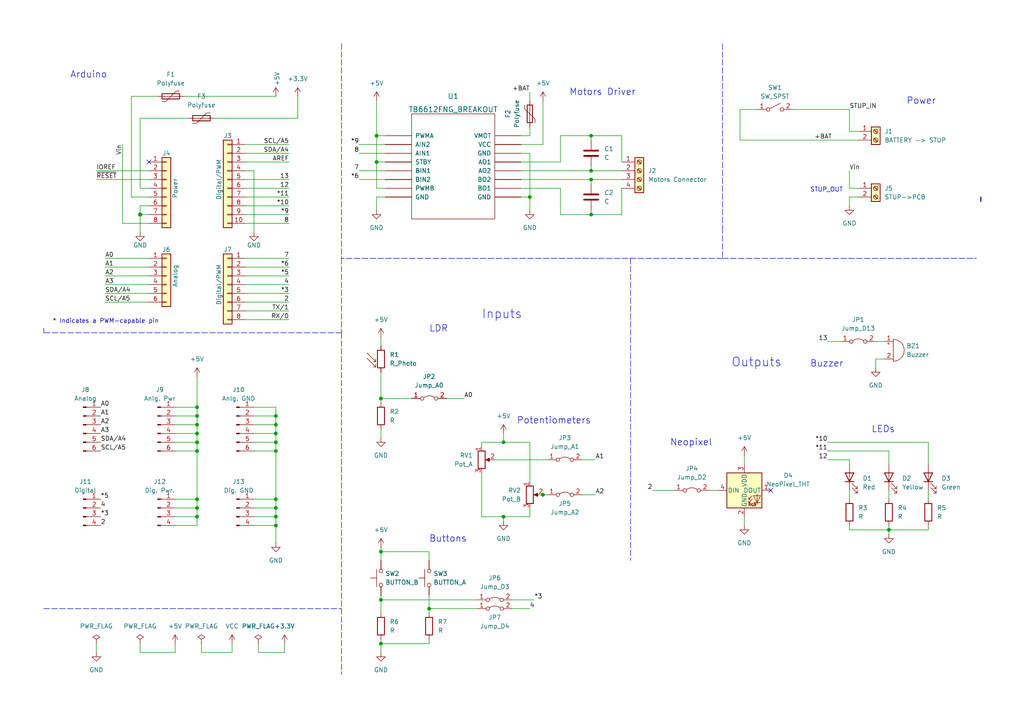
<source format=kicad_sch>
(kicad_sch (version 20211123) (generator eeschema)
  (paper "A4")
  (title_block (date "mar. 31 mars 2015"))
  (lib_symbols
    (symbol "Connector:Conn_01x04_Male" (pin_names (offset 1.016) hide)
      (property "Reference" "J" (at 0 5.08 0))
      (property "Value" "Conn_01x04_Male" (at 0 -7.62 0))
      (symbol "Conn_01x04_Male_1_1"
        (polyline (pts (xy 1.27 -5.08) (xy 0.8636 -5.08)) (stroke (width 0.1524)))
        (polyline (pts (xy 1.27 -2.54) (xy 0.8636 -2.54)) (stroke (width 0.1524)))
        (polyline (pts (xy 1.27 0) (xy 0.8636 0)) (stroke (width 0.1524)))
        (polyline (pts (xy 1.27 2.54) (xy 0.8636 2.54)) (stroke (width 0.1524)))
        (rectangle (start 0.8636 -4.953) (end 0 -5.207) (stroke (width 0.1524)) (fill (type outline)))
        (rectangle (start 0.8636 -2.413) (end 0 -2.667) (stroke (width 0.1524)) (fill (type outline)))
        (rectangle (start 0.8636 0.127) (end 0 -0.127) (stroke (width 0.1524)) (fill (type outline)))
        (rectangle (start 0.8636 2.667) (end 0 2.413) (stroke (width 0.1524)) (fill (type outline)))
        (pin passive line (at 5.08 2.54 180) (length 3.81) (name "Pin_1") (number "1"))
        (pin passive line (at 5.08 0 180) (length 3.81) (name "Pin_2") (number "2"))
        (pin passive line (at 5.08 -2.54 180) (length 3.81) (name "Pin_3") (number "3"))
        (pin passive line (at 5.08 -5.08 180) (length 3.81) (name "Pin_4") (number "4"))
      )
    )
    (symbol "Connector:Conn_01x06_Male" (pin_names (offset 1.016) hide)
      (property "Reference" "J" (at 0 7.62 0))
      (property "Value" "Conn_01x06_Male" (at 0 -10.16 0))
      (symbol "Conn_01x06_Male_1_1"
        (polyline (pts (xy 1.27 -7.62) (xy 0.8636 -7.62)) (stroke (width 0.1524)))
        (polyline (pts (xy 1.27 -5.08) (xy 0.8636 -5.08)) (stroke (width 0.1524)))
        (polyline (pts (xy 1.27 -2.54) (xy 0.8636 -2.54)) (stroke (width 0.1524)))
        (polyline (pts (xy 1.27 0) (xy 0.8636 0)) (stroke (width 0.1524)))
        (polyline (pts (xy 1.27 2.54) (xy 0.8636 2.54)) (stroke (width 0.1524)))
        (polyline (pts (xy 1.27 5.08) (xy 0.8636 5.08)) (stroke (width 0.1524)))
        (rectangle (start 0.8636 -7.493) (end 0 -7.747) (stroke (width 0.1524)) (fill (type outline)))
        (rectangle (start 0.8636 -4.953) (end 0 -5.207) (stroke (width 0.1524)) (fill (type outline)))
        (rectangle (start 0.8636 -2.413) (end 0 -2.667) (stroke (width 0.1524)) (fill (type outline)))
        (rectangle (start 0.8636 0.127) (end 0 -0.127) (stroke (width 0.1524)) (fill (type outline)))
        (rectangle (start 0.8636 2.667) (end 0 2.413) (stroke (width 0.1524)) (fill (type outline)))
        (rectangle (start 0.8636 5.207) (end 0 4.953) (stroke (width 0.1524)) (fill (type outline)))
        (pin passive line (at 5.08 5.08 180) (length 3.81) (name "Pin_1") (number "1"))
        (pin passive line (at 5.08 2.54 180) (length 3.81) (name "Pin_2") (number "2"))
        (pin passive line (at 5.08 0 180) (length 3.81) (name "Pin_3") (number "3"))
        (pin passive line (at 5.08 -2.54 180) (length 3.81) (name "Pin_4") (number "4"))
        (pin passive line (at 5.08 -5.08 180) (length 3.81) (name "Pin_5") (number "5"))
        (pin passive line (at 5.08 -7.62 180) (length 3.81) (name "Pin_6") (number "6"))
      )
    )
    (symbol "Connector:Screw_Terminal_01x02" (pin_names (offset 1.016) hide)
      (property "Reference" "J" (at 0 2.54 0))
      (property "Value" "Screw_Terminal_01x02" (at 0 -5.08 0))
      (symbol "Screw_Terminal_01x02_1_1"
        (rectangle (start -1.27 1.27) (end 1.27 -3.81) (stroke (width 0.254)) (fill (type background)))
        (circle (center 0 -2.54) (radius 0.635) (stroke (width 0.1524)))
        (polyline (pts (xy -0.5334 -2.2098) (xy 0.3302 -3.048)) (stroke (width 0.1524)))
        (polyline (pts (xy -0.5334 0.3302) (xy 0.3302 -0.508)) (stroke (width 0.1524)))
        (polyline (pts (xy -0.3556 -2.032) (xy 0.508 -2.8702)) (stroke (width 0.1524)))
        (polyline (pts (xy -0.3556 0.508) (xy 0.508 -0.3302)) (stroke (width 0.1524)))
        (circle (center 0 0) (radius 0.635) (stroke (width 0.1524)))
        (pin passive line (at -5.08 0 0) (length 3.81) (name "Pin_1") (number "1"))
        (pin passive line (at -5.08 -2.54 0) (length 3.81) (name "Pin_2") (number "2"))
      )
    )
    (symbol "Connector:Screw_Terminal_01x04" (pin_names (offset 1.016) hide)
      (property "Reference" "J" (at 0 5.08 0))
      (property "Value" "Screw_Terminal_01x04" (at 0 -7.62 0))
      (symbol "Screw_Terminal_01x04_1_1"
        (rectangle (start -1.27 3.81) (end 1.27 -6.35) (stroke (width 0.254)) (fill (type background)))
        (circle (center 0 -5.08) (radius 0.635) (stroke (width 0.1524)))
        (circle (center 0 -2.54) (radius 0.635) (stroke (width 0.1524)))
        (polyline (pts (xy -0.5334 -4.7498) (xy 0.3302 -5.588)) (stroke (width 0.1524)))
        (polyline (pts (xy -0.5334 -2.2098) (xy 0.3302 -3.048)) (stroke (width 0.1524)))
        (polyline (pts (xy -0.5334 0.3302) (xy 0.3302 -0.508)) (stroke (width 0.1524)))
        (polyline (pts (xy -0.5334 2.8702) (xy 0.3302 2.032)) (stroke (width 0.1524)))
        (polyline (pts (xy -0.3556 -4.572) (xy 0.508 -5.4102)) (stroke (width 0.1524)))
        (polyline (pts (xy -0.3556 -2.032) (xy 0.508 -2.8702)) (stroke (width 0.1524)))
        (polyline (pts (xy -0.3556 0.508) (xy 0.508 -0.3302)) (stroke (width 0.1524)))
        (polyline (pts (xy -0.3556 3.048) (xy 0.508 2.2098)) (stroke (width 0.1524)))
        (circle (center 0 0) (radius 0.635) (stroke (width 0.1524)))
        (circle (center 0 2.54) (radius 0.635) (stroke (width 0.1524)))
        (pin passive line (at -5.08 2.54 0) (length 3.81) (name "Pin_1") (number "1"))
        (pin passive line (at -5.08 0 0) (length 3.81) (name "Pin_2") (number "2"))
        (pin passive line (at -5.08 -2.54 0) (length 3.81) (name "Pin_3") (number "3"))
        (pin passive line (at -5.08 -5.08 0) (length 3.81) (name "Pin_4") (number "4"))
      )
    )
    (symbol "Connector_Generic:Conn_01x06" (pin_names (offset 1.016) hide)
      (property "Reference" "J" (at 0 7.62 0))
      (property "Value" "Conn_01x06" (at 0 -10.16 0))
      (symbol "Conn_01x06_1_1"
        (rectangle (start -1.27 -7.493) (end 0 -7.747) (stroke (width 0.1524)))
        (rectangle (start -1.27 -4.953) (end 0 -5.207) (stroke (width 0.1524)))
        (rectangle (start -1.27 -2.413) (end 0 -2.667) (stroke (width 0.1524)))
        (rectangle (start -1.27 0.127) (end 0 -0.127) (stroke (width 0.1524)))
        (rectangle (start -1.27 2.667) (end 0 2.413) (stroke (width 0.1524)))
        (rectangle (start -1.27 5.207) (end 0 4.953) (stroke (width 0.1524)))
        (rectangle (start -1.27 6.35) (end 1.27 -8.89) (stroke (width 0.254)) (fill (type background)))
        (pin passive line (at -5.08 5.08 0) (length 3.81) (name "Pin_1") (number "1"))
        (pin passive line (at -5.08 2.54 0) (length 3.81) (name "Pin_2") (number "2"))
        (pin passive line (at -5.08 0 0) (length 3.81) (name "Pin_3") (number "3"))
        (pin passive line (at -5.08 -2.54 0) (length 3.81) (name "Pin_4") (number "4"))
        (pin passive line (at -5.08 -5.08 0) (length 3.81) (name "Pin_5") (number "5"))
        (pin passive line (at -5.08 -7.62 0) (length 3.81) (name "Pin_6") (number "6"))
      )
    )
    (symbol "Connector_Generic:Conn_01x08" (pin_names (offset 1.016) hide)
      (property "Reference" "J" (at 0 10.16 0))
      (property "Value" "Conn_01x08" (at 0 -12.7 0))
      (symbol "Conn_01x08_1_1"
        (rectangle (start -1.27 -10.033) (end 0 -10.287) (stroke (width 0.1524)))
        (rectangle (start -1.27 -7.493) (end 0 -7.747) (stroke (width 0.1524)))
        (rectangle (start -1.27 -4.953) (end 0 -5.207) (stroke (width 0.1524)))
        (rectangle (start -1.27 -2.413) (end 0 -2.667) (stroke (width 0.1524)))
        (rectangle (start -1.27 0.127) (end 0 -0.127) (stroke (width 0.1524)))
        (rectangle (start -1.27 2.667) (end 0 2.413) (stroke (width 0.1524)))
        (rectangle (start -1.27 5.207) (end 0 4.953) (stroke (width 0.1524)))
        (rectangle (start -1.27 7.747) (end 0 7.493) (stroke (width 0.1524)))
        (rectangle (start -1.27 8.89) (end 1.27 -11.43) (stroke (width 0.254)) (fill (type background)))
        (pin passive line (at -5.08 7.62 0) (length 3.81) (name "Pin_1") (number "1"))
        (pin passive line (at -5.08 5.08 0) (length 3.81) (name "Pin_2") (number "2"))
        (pin passive line (at -5.08 2.54 0) (length 3.81) (name "Pin_3") (number "3"))
        (pin passive line (at -5.08 0 0) (length 3.81) (name "Pin_4") (number "4"))
        (pin passive line (at -5.08 -2.54 0) (length 3.81) (name "Pin_5") (number "5"))
        (pin passive line (at -5.08 -5.08 0) (length 3.81) (name "Pin_6") (number "6"))
        (pin passive line (at -5.08 -7.62 0) (length 3.81) (name "Pin_7") (number "7"))
        (pin passive line (at -5.08 -10.16 0) (length 3.81) (name "Pin_8") (number "8"))
      )
    )
    (symbol "Connector_Generic:Conn_01x10" (pin_names (offset 1.016) hide)
      (property "Reference" "J" (at 0 12.7 0))
      (property "Value" "Conn_01x10" (at 0 -15.24 0))
      (symbol "Conn_01x10_1_1"
        (rectangle (start -1.27 -12.573) (end 0 -12.827) (stroke (width 0.1524)))
        (rectangle (start -1.27 -10.033) (end 0 -10.287) (stroke (width 0.1524)))
        (rectangle (start -1.27 -7.493) (end 0 -7.747) (stroke (width 0.1524)))
        (rectangle (start -1.27 -4.953) (end 0 -5.207) (stroke (width 0.1524)))
        (rectangle (start -1.27 -2.413) (end 0 -2.667) (stroke (width 0.1524)))
        (rectangle (start -1.27 0.127) (end 0 -0.127) (stroke (width 0.1524)))
        (rectangle (start -1.27 2.667) (end 0 2.413) (stroke (width 0.1524)))
        (rectangle (start -1.27 5.207) (end 0 4.953) (stroke (width 0.1524)))
        (rectangle (start -1.27 7.747) (end 0 7.493) (stroke (width 0.1524)))
        (rectangle (start -1.27 10.287) (end 0 10.033) (stroke (width 0.1524)))
        (rectangle (start -1.27 11.43) (end 1.27 -13.97) (stroke (width 0.254)) (fill (type background)))
        (pin passive line (at -5.08 10.16 0) (length 3.81) (name "Pin_1") (number "1"))
        (pin passive line (at -5.08 -12.7 0) (length 3.81) (name "Pin_10") (number "10"))
        (pin passive line (at -5.08 7.62 0) (length 3.81) (name "Pin_2") (number "2"))
        (pin passive line (at -5.08 5.08 0) (length 3.81) (name "Pin_3") (number "3"))
        (pin passive line (at -5.08 2.54 0) (length 3.81) (name "Pin_4") (number "4"))
        (pin passive line (at -5.08 0 0) (length 3.81) (name "Pin_5") (number "5"))
        (pin passive line (at -5.08 -2.54 0) (length 3.81) (name "Pin_6") (number "6"))
        (pin passive line (at -5.08 -5.08 0) (length 3.81) (name "Pin_7") (number "7"))
        (pin passive line (at -5.08 -7.62 0) (length 3.81) (name "Pin_8") (number "8"))
        (pin passive line (at -5.08 -10.16 0) (length 3.81) (name "Pin_9") (number "9"))
      )
    )
    (symbol "Device:Buzzer" (pin_names (offset 0.0254) hide)
      (property "Reference" "BZ" (at 3.81 1.27 0))
      (property "Value" "Buzzer" (at 3.81 -1.27 0))
      (symbol "Buzzer_0_1"
        (arc (start 0 -3.175) (mid 3.175 0) (end 0 3.175))
        (polyline (pts (xy -1.651 1.905) (xy -1.143 1.905)))
        (polyline (pts (xy -1.397 2.159) (xy -1.397 1.651)))
        (polyline (pts (xy 0 3.175) (xy 0 -3.175)))
      )
      (symbol "Buzzer_1_1"
        (pin passive line (at -2.54 2.54 0) (length 2.54) (name "-") (number "1"))
        (pin passive line (at -2.54 -2.54 0) (length 2.54) (name "+") (number "2"))
      )
    )
    (symbol "Device:C" (pin_numbers hide) (pin_names (offset 0.254))
      (property "Reference" "C" (at 0.635 2.54 0))
      (property "Value" "C" (at 0.635 -2.54 0))
      (symbol "C_0_1"
        (polyline (pts (xy -2.032 -0.762) (xy 2.032 -0.762)) (stroke (width 0.508)))
        (polyline (pts (xy -2.032 0.762) (xy 2.032 0.762)) (stroke (width 0.508)))
      )
      (symbol "C_1_1"
        (pin passive line (at 0 3.81 270) (length 2.794) (name "~") (number "1"))
        (pin passive line (at 0 -3.81 90) (length 2.794) (name "~") (number "2"))
      )
    )
    (symbol "Device:LED" (pin_numbers hide) (pin_names (offset 1.016) hide)
      (property "Reference" "D" (at 0 2.54 0))
      (property "Value" "LED" (at 0 -2.54 0))
      (symbol "LED_0_1"
        (polyline (pts (xy -1.27 -1.27) (xy -1.27 1.27)) (stroke (width 0.254)))
        (polyline (pts (xy -1.27 0) (xy 1.27 0)))
        (polyline (pts (xy 1.27 -1.27) (xy 1.27 1.27) (xy -1.27 0) (xy 1.27 -1.27)) (stroke (width 0.254)))
        (polyline (pts (xy -3.048 -0.762) (xy -4.572 -2.286) (xy -3.81 -2.286) (xy -4.572 -2.286) (xy -4.572 -1.524)))
        (polyline (pts (xy -1.778 -0.762) (xy -3.302 -2.286) (xy -2.54 -2.286) (xy -3.302 -2.286) (xy -3.302 -1.524)))
      )
      (symbol "LED_1_1"
        (pin passive line (at -3.81 0 0) (length 2.54) (name "K") (number "1"))
        (pin passive line (at 3.81 0 180) (length 2.54) (name "A") (number "2"))
      )
    )
    (symbol "Device:Polyfuse" (pin_numbers hide) (pin_names (offset 0))
      (property "Reference" "F" (at -2.54 0 90))
      (property "Value" "Polyfuse" (at 2.54 0 90))
      (symbol "Polyfuse_0_1"
        (rectangle (start -0.762 2.54) (end 0.762 -2.54) (stroke (width 0.254)))
        (polyline (pts (xy 0 2.54) (xy 0 -2.54)))
        (polyline (pts (xy -1.524 2.54) (xy -1.524 1.524) (xy 1.524 -1.524) (xy 1.524 -2.54)))
      )
      (symbol "Polyfuse_1_1"
        (pin passive line (at 0 3.81 270) (length 1.27) (name "~") (number "1"))
        (pin passive line (at 0 -3.81 90) (length 1.27) (name "~") (number "2"))
      )
    )
    (symbol "Device:R" (pin_numbers hide) (pin_names (offset 0))
      (property "Reference" "R" (at 2.032 0 90))
      (property "Value" "R" (at 0 0 90))
      (symbol "R_0_1"
        (rectangle (start -1.016 -2.54) (end 1.016 2.54) (stroke (width 0.254)))
      )
      (symbol "R_1_1"
        (pin passive line (at 0 3.81 270) (length 1.27) (name "~") (number "1"))
        (pin passive line (at 0 -3.81 90) (length 1.27) (name "~") (number "2"))
      )
    )
    (symbol "Device:R_Photo" (pin_numbers hide) (pin_names (offset 0))
      (property "Reference" "R" (at 1.27 1.27 0))
      (property "Value" "R_Photo" (at 1.27 0 0))
      (symbol "R_Photo_0_1"
        (rectangle (start -1.016 2.54) (end 1.016 -2.54) (stroke (width 0.254)))
        (polyline (pts (xy -1.524 -2.286) (xy -4.064 0.254)))
        (polyline (pts (xy -1.524 -2.286) (xy -2.286 -2.286)))
        (polyline (pts (xy -1.524 -2.286) (xy -1.524 -1.524)))
        (polyline (pts (xy -1.524 -0.762) (xy -4.064 1.778)))
        (polyline (pts (xy -1.524 -0.762) (xy -2.286 -0.762)))
        (polyline (pts (xy -1.524 -0.762) (xy -1.524 0)))
      )
      (symbol "R_Photo_1_1"
        (pin passive line (at 0 3.81 270) (length 1.27) (name "~") (number "1"))
        (pin passive line (at 0 -3.81 90) (length 1.27) (name "~") (number "2"))
      )
    )
    (symbol "Device:R_Potentiometer" (pin_names (offset 1.016) hide)
      (property "Reference" "RV" (at -4.445 0 90))
      (property "Value" "R_Potentiometer" (at -2.54 0 90))
      (symbol "R_Potentiometer_0_1"
        (polyline (pts (xy 2.54 0) (xy 1.524 0)))
        (polyline (pts (xy 1.143 0) (xy 2.286 0.508) (xy 2.286 -0.508) (xy 1.143 0)) (fill (type outline)))
        (rectangle (start 1.016 2.54) (end -1.016 -2.54) (stroke (width 0.254)))
      )
      (symbol "R_Potentiometer_1_1"
        (pin passive line (at 0 3.81 270) (length 1.27) (name "1") (number "1"))
        (pin passive line (at 3.81 0 180) (length 1.27) (name "2") (number "2"))
        (pin passive line (at 0 -3.81 90) (length 1.27) (name "3") (number "3"))
      )
    )
    (symbol "Jumper:Jumper_2_Bridged" (pin_names (offset 0) hide)
      (property "Reference" "JP" (at 0 1.905 0))
      (property "Value" "Jumper_2_Bridged" (at 0 -2.54 0))
      (symbol "Jumper_2_Bridged_0_0"
        (circle (center -2.032 0) (radius 0.508))
        (circle (center 2.032 0) (radius 0.508))
      )
      (symbol "Jumper_2_Bridged_0_1"
        (arc (start 1.524 0.254) (mid 0 0.762) (end -1.524 0.254))
      )
      (symbol "Jumper_2_Bridged_1_1"
        (pin passive line (at -5.08 0 0) (length 2.54) (name "A") (number "1"))
        (pin passive line (at 5.08 0 180) (length 2.54) (name "B") (number "2"))
      )
    )
    (symbol "LED:NeoPixel_THT" (pin_names (offset 0.254))
      (property "Reference" "D" (at 5.08 5.715 0))
      (property "Value" "NeoPixel_THT" (at 1.27 -5.715 0))
      (symbol "NeoPixel_THT_0_0"
        (text "RGB" (at 2.286 -4.191 0) (effects (font (size 0.762 0.762))))
      )
      (symbol "NeoPixel_THT_0_1"
        (polyline (pts (xy 1.27 -3.556) (xy 1.778 -3.556)))
        (polyline (pts (xy 1.27 -2.54) (xy 1.778 -2.54)))
        (polyline (pts (xy 4.699 -3.556) (xy 2.667 -3.556)))
        (polyline (pts (xy 2.286 -2.54) (xy 1.27 -3.556) (xy 1.27 -3.048)))
        (polyline (pts (xy 2.286 -1.524) (xy 1.27 -2.54) (xy 1.27 -2.032)))
        (polyline (pts (xy 3.683 -1.016) (xy 3.683 -3.556) (xy 3.683 -4.064)))
        (polyline (pts (xy 4.699 -1.524) (xy 2.667 -1.524) (xy 3.683 -3.556) (xy 4.699 -1.524)))
        (rectangle (start 5.08 5.08) (end -5.08 -5.08) (stroke (width 0.254)) (fill (type background)))
      )
      (symbol "NeoPixel_THT_1_1"
        (pin output line (at 7.62 0 180) (length 2.54) (name "DOUT") (number "1"))
        (pin power_in line (at 0 -7.62 90) (length 2.54) (name "GND") (number "2"))
        (pin power_in line (at 0 7.62 270) (length 2.54) (name "VDD") (number "3"))
        (pin input line (at -7.62 0 0) (length 2.54) (name "DIN") (number "4"))
      )
    )
    (symbol "Switch:SW_Push" (pin_numbers hide) (pin_names (offset 1.016) hide)
      (property "Reference" "SW" (at 1.27 2.54 0))
      (property "Value" "SW_Push" (at 0 -1.524 0))
      (symbol "SW_Push_0_1"
        (circle (center -2.032 0) (radius 0.508))
        (polyline (pts (xy 0 1.27) (xy 0 3.048)))
        (polyline (pts (xy 2.54 1.27) (xy -2.54 1.27)))
        (circle (center 2.032 0) (radius 0.508))
        (pin passive line (at -5.08 0 0) (length 2.54) (name "1") (number "1"))
        (pin passive line (at 5.08 0 180) (length 2.54) (name "2") (number "2"))
      )
    )
    (symbol "Switch:SW_SPST" (pin_names (offset 0) hide)
      (property "Reference" "SW" (at 0 3.175 0))
      (property "Value" "SW_SPST" (at 0 -2.54 0))
      (symbol "SW_SPST_0_0"
        (circle (center -2.032 0) (radius 0.508))
        (polyline (pts (xy -1.524 0.254) (xy 1.524 1.778)))
        (circle (center 2.032 0) (radius 0.508))
      )
      (symbol "SW_SPST_1_1"
        (pin passive line (at -5.08 0 0) (length 2.54) (name "A") (number "1"))
        (pin passive line (at 5.08 0 180) (length 2.54) (name "B") (number "2"))
      )
    )
    (symbol "bl_kicad:TB6612FNG_BREAKOUT" (pin_numbers hide) (pin_names (offset 1.016))
      (property "Reference" "U" (at 13.97 15.24 0))
      (property "Value" "TB6612FNG_BREAKOUT" (at 0 1.27 90))
      (symbol "TB6612FNG_BREAKOUT_0_1"
        (rectangle (start -12.7 16.51) (end 11.43 -13.97))
      )
      (symbol "TB6612FNG_BREAKOUT_1_1"
        (pin input line (at -20.32 10.16 0) (length 7.62) (name "VMOT") (number "1"))
        (pin input line (at 19.05 -5.08 180) (length 7.62) (name "PWMB") (number "10"))
        (pin input line (at 19.05 -2.54 180) (length 7.62) (name "BIN2") (number "11"))
        (pin input line (at 19.05 0 180) (length 7.62) (name "BIN1") (number "12"))
        (pin input line (at 19.05 2.54 180) (length 7.62) (name "STBY") (number "13"))
        (pin input line (at 19.05 5.08 180) (length 7.62) (name "AIN1") (number "14"))
        (pin input line (at 19.05 7.62 180) (length 7.62) (name "AIN2") (number "15"))
        (pin input line (at 19.05 10.16 180) (length 7.62) (name "PWMA") (number "16"))
        (pin input line (at -20.32 7.62 0) (length 7.62) (name "VCC") (number "2"))
        (pin input line (at -20.32 5.08 0) (length 7.62) (name "GND") (number "3"))
        (pin output line (at -20.32 2.54 0) (length 7.62) (name "AO1") (number "4"))
        (pin output line (at -20.32 0 0) (length 7.62) (name "AO2") (number "5"))
        (pin output line (at -20.32 -2.54 0) (length 7.62) (name "BO2") (number "6"))
        (pin output line (at -20.32 -5.08 0) (length 7.62) (name "BO1") (number "7"))
        (pin input line (at -20.32 -7.62 0) (length 7.62) (name "GND") (number "8"))
        (pin input line (at 19.05 -7.62 180) (length 7.62) (name "GND") (number "9"))
      )
    )
    (symbol "power:+3.3V" (power) (pin_names (offset 0))
      (property "Value" "+3.3V" (at 0 3.556 0))
      (symbol "+3.3V_0_1"
        (polyline (pts (xy -0.762 1.27) (xy 0 2.54)))
        (polyline (pts (xy 0 0) (xy 0 2.54)))
        (polyline (pts (xy 0 2.54) (xy 0.762 1.27)))
      )
      (symbol "+3.3V_1_1"
        (pin power_in line (at 0 0 90) (length 0) hide (name "+3.3V") (number "1"))
      )
    )
    (symbol "power:+5V" (power) (pin_names (offset 0))
      (property "Value" "+5V" (at 0 3.556 0))
      (symbol "+5V_0_1"
        (polyline (pts (xy -0.762 1.27) (xy 0 2.54)))
        (polyline (pts (xy 0 0) (xy 0 2.54)))
        (polyline (pts (xy 0 2.54) (xy 0.762 1.27)))
      )
      (symbol "+5V_1_1"
        (pin power_in line (at 0 0 90) (length 0) hide (name "+5V") (number "1"))
      )
    )
    (symbol "power:GND" (power) (pin_names (offset 0))
      (property "Value" "GND" (at 0 -3.81 0))
      (symbol "GND_0_1"
        (polyline (pts (xy 0 0) (xy 0 -1.27) (xy 1.27 -1.27) (xy 0 -2.54) (xy -1.27 -1.27) (xy 0 -1.27)))
      )
      (symbol "GND_1_1"
        (pin power_in line (at 0 0 270) (length 0) hide (name "GND") (number "1"))
      )
    )
    (symbol "power:PWR_FLAG" (power) (pin_numbers hide) (pin_names (offset 0) hide)
      (property "Value" "PWR_FLAG" (at 0 3.81 0))
      (symbol "PWR_FLAG_0_0"
        (pin power_out line (at 0 0 90) (length 0) (name "pwr") (number "1"))
      )
      (symbol "PWR_FLAG_0_1"
        (polyline (pts (xy 0 0) (xy 0 1.27) (xy -1.016 1.905) (xy 0 2.54) (xy 1.016 1.905) (xy 0 1.27)))
      )
    )
    (symbol "power:VCC" (power) (pin_names (offset 0))
      (property "Value" "VCC" (at 0 3.81 0))
      (symbol "VCC_0_1"
        (polyline (pts (xy -0.762 1.27) (xy 0 2.54)))
        (polyline (pts (xy 0 0) (xy 0 2.54)))
        (polyline (pts (xy 0 2.54) (xy 0.762 1.27)))
      )
      (symbol "VCC_1_1"
        (pin power_in line (at 0 0 90) (length 0) hide (name "VCC") (number "1"))
      )
    )
  )
  (junction (at 124.46 176.53))
  (junction (at 57.15 118.11))
  (junction (at 57.15 125.73))
  (junction (at 57.15 123.19))
  (junction (at 171.45 39.37))
  (junction (at 110.49 115.57))
  (junction (at 80.01 149.86))
  (junction (at 80.01 123.19))
  (junction (at 40.64 62.23) (diameter 1.016))
  (junction (at 110.49 173.99))
  (junction (at 80.01 125.73))
  (junction (at 80.01 144.78))
  (junction (at 57.15 128.27))
  (junction (at 80.01 130.81))
  (junction (at 157.48 143.51))
  (junction (at 110.49 160.02))
  (junction (at 109.22 39.37))
  (junction (at 57.15 144.78))
  (junction (at 57.15 130.81))
  (junction (at 171.45 62.23))
  (junction (at 257.81 153.67))
  (junction (at 80.01 147.32))
  (junction (at 57.15 120.65))
  (junction (at 153.67 57.15))
  (junction (at 109.22 46.99))
  (junction (at 80.01 120.65))
  (junction (at 146.05 149.86))
  (junction (at 57.15 147.32))
  (junction (at 171.45 49.53))
  (junction (at 80.01 128.27))
  (junction (at 110.49 186.69))
  (junction (at 146.05 128.27))
  (junction (at 80.01 152.4))
  (junction (at 57.15 149.86))
  (junction (at 171.45 52.07))
  (no_connect (at 43.18 46.99))
  (no_connect (at 223.52 142.24))
  (wire (pts (xy 71.12 92.71) (xy 83.82 92.71)))
  (wire (pts (xy 257.81 142.24) (xy 257.81 144.78)))
  (wire (pts (xy 110.49 97.79) (xy 110.49 100.33)))
  (polyline (pts (xy 209.55 12.7) (xy 209.55 66.04)))
  (polyline (pts (xy 209.55 74.93) (xy 99.06 74.93)))
  (wire (pts (xy 71.12 59.69) (xy 83.82 59.69)))
  (wire (pts (xy 80.01 125.73) (xy 80.01 123.19)))
  (wire (pts (xy 246.38 134.62) (xy 246.38 133.35)))
  (wire (pts (xy 240.03 133.35) (xy 246.38 133.35)))
  (wire (pts (xy 153.67 128.27) (xy 153.67 139.7)))
  (wire (pts (xy 162.56 46.99) (xy 162.56 39.37)))
  (wire (pts (xy 71.12 41.91) (xy 83.82 41.91)))
  (wire (pts (xy 110.49 124.46) (xy 110.49 127)))
  (wire (pts (xy 40.64 34.29) (xy 54.61 34.29)))
  (wire (pts (xy 86.36 27.94) (xy 86.36 34.29)))
  (wire (pts (xy 153.67 44.45) (xy 153.67 57.15)))
  (wire (pts (xy 151.13 49.53) (xy 171.45 49.53)))
  (wire (pts (xy 157.48 143.51) (xy 158.75 143.51)))
  (wire (pts (xy 257.81 134.62) (xy 257.81 130.81)))
  (wire (pts (xy 124.46 176.53) (xy 124.46 177.8)))
  (wire (pts (xy 40.64 59.69) (xy 40.64 62.23)))
  (wire (pts (xy 248.92 57.15) (xy 246.38 57.15)))
  (wire (pts (xy 30.48 87.63) (xy 43.18 87.63)))
  (wire (pts (xy 57.15 120.65) (xy 57.15 118.11)))
  (wire (pts (xy 168.91 143.51) (xy 172.72 143.51)))
  (wire (pts (xy 110.49 107.95) (xy 110.49 115.57)))
  (wire (pts (xy 269.24 134.62) (xy 269.24 128.27)))
  (wire (pts (xy 139.7 128.27) (xy 146.05 128.27)))
  (wire (pts (xy 254 99.06) (xy 256.54 99.06)))
  (wire (pts (xy 110.49 173.99) (xy 110.49 177.8)))
  (wire (pts (xy 240.03 99.06) (xy 243.84 99.06)))
  (wire (pts (xy 110.49 173.99) (xy 138.43 173.99)))
  (wire (pts (xy 215.9 149.86) (xy 215.9 152.4)))
  (wire (pts (xy 50.8 147.32) (xy 57.15 147.32)))
  (wire (pts (xy 171.45 52.07) (xy 180.34 52.07)))
  (wire (pts (xy 80.01 128.27) (xy 80.01 125.73)))
  (wire (pts (xy 40.64 62.23) (xy 40.64 67.31)))
  (wire (pts (xy 57.15 128.27) (xy 57.15 125.73)))
  (wire (pts (xy 146.05 128.27) (xy 153.67 128.27)))
  (wire (pts (xy 38.1 27.94) (xy 45.72 27.94)))
  (wire (pts (xy 40.64 54.61) (xy 43.18 54.61)))
  (wire (pts (xy 162.56 39.37) (xy 171.45 39.37)))
  (wire (pts (xy 38.1 57.15) (xy 43.18 57.15)))
  (wire (pts (xy 57.15 125.73) (xy 57.15 123.19)))
  (wire (pts (xy 50.8 123.19) (xy 57.15 123.19)))
  (wire (pts (xy 171.45 39.37) (xy 180.34 39.37)))
  (wire (pts (xy 240.03 130.81) (xy 257.81 130.81)))
  (wire (pts (xy 240.03 128.27) (xy 269.24 128.27)))
  (wire (pts (xy 148.59 176.53) (xy 153.67 176.53)))
  (wire (pts (xy 71.12 52.07) (xy 83.82 52.07)))
  (wire (pts (xy 73.66 147.32) (xy 80.01 147.32)))
  (polyline (pts (xy 99.06 74.93) (xy 99.06 96.52)))
  (wire (pts (xy 71.12 74.93) (xy 83.82 74.93)))
  (wire (pts (xy 50.8 120.65) (xy 57.15 120.65)))
  (wire (pts (xy 43.18 74.93) (xy 30.48 74.93)))
  (wire (pts (xy 104.14 41.91) (xy 111.76 41.91)))
  (wire (pts (xy 71.12 54.61) (xy 83.82 54.61)))
  (wire (pts (xy 189.23 142.24) (xy 195.58 142.24)))
  (wire (pts (xy 27.94 186.69) (xy 27.94 189.23)))
  (polyline (pts (xy 99.06 96.52) (xy 12.7 96.52)))
  (wire (pts (xy 71.12 77.47) (xy 83.82 77.47)))
  (wire (pts (xy 110.49 115.57) (xy 110.49 116.84)))
  (wire (pts (xy 139.7 129.54) (xy 139.7 128.27)))
  (wire (pts (xy 153.67 39.37) (xy 153.67 36.83)))
  (polyline (pts (xy 80.01 176.53) (xy 99.06 176.53)))
  (wire (pts (xy 74.93 186.69) (xy 74.93 189.23)))
  (wire (pts (xy 104.14 44.45) (xy 111.76 44.45)))
  (wire (pts (xy 153.67 149.86) (xy 153.67 147.32)))
  (wire (pts (xy 139.7 137.16) (xy 139.7 149.86)))
  (wire (pts (xy 146.05 149.86) (xy 146.05 151.13)))
  (wire (pts (xy 156.21 143.51) (xy 157.48 143.51)))
  (wire (pts (xy 57.15 152.4) (xy 57.15 149.86)))
  (wire (pts (xy 124.46 176.53) (xy 138.43 176.53)))
  (wire (pts (xy 151.13 46.99) (xy 162.56 46.99)))
  (wire (pts (xy 110.49 160.02) (xy 110.49 162.56)))
  (wire (pts (xy 50.8 130.81) (xy 57.15 130.81)))
  (wire (pts (xy 246.38 57.15) (xy 246.38 59.69)))
  (wire (pts (xy 71.12 62.23) (xy 83.82 62.23)))
  (wire (pts (xy 153.67 26.67) (xy 153.67 29.21)))
  (polyline (pts (xy 12.7 176.53) (xy 80.01 176.53)))
  (polyline (pts (xy 182.88 74.93) (xy 182.88 162.56)))
  (polyline (pts (xy 209.55 74.93) (xy 283.21 74.93)))
  (wire (pts (xy 246.38 142.24) (xy 246.38 144.78)))
  (wire (pts (xy 71.12 82.55) (xy 83.82 82.55)))
  (wire (pts (xy 205.74 142.24) (xy 208.28 142.24)))
  (wire (pts (xy 269.24 152.4) (xy 269.24 153.67)))
  (wire (pts (xy 73.66 123.19) (xy 80.01 123.19)))
  (wire (pts (xy 80.01 149.86) (xy 80.01 147.32)))
  (wire (pts (xy 171.45 49.53) (xy 180.34 49.53)))
  (wire (pts (xy 248.92 54.61) (xy 246.38 54.61)))
  (wire (pts (xy 27.94 49.53) (xy 43.18 49.53)))
  (wire (pts (xy 153.67 57.15) (xy 153.67 60.96)))
  (wire (pts (xy 254 104.14) (xy 256.54 104.14)))
  (wire (pts (xy 143.51 133.35) (xy 158.75 133.35)))
  (wire (pts (xy 109.22 46.99) (xy 111.76 46.99)))
  (wire (pts (xy 40.64 34.29) (xy 40.64 54.61)))
  (wire (pts (xy 50.8 186.69) (xy 50.8 189.23)))
  (wire (pts (xy 111.76 54.61) (xy 109.22 54.61)))
  (wire (pts (xy 80.01 120.65) (xy 73.66 120.65)))
  (wire (pts (xy 248.92 38.1) (xy 246.38 38.1)))
  (wire (pts (xy 162.56 54.61) (xy 162.56 62.23)))
  (wire (pts (xy 80.01 123.19) (xy 80.01 120.65)))
  (wire (pts (xy 73.66 49.53) (xy 73.66 67.31)))
  (wire (pts (xy 214.63 40.64) (xy 214.63 31.75)))
  (wire (pts (xy 151.13 39.37) (xy 153.67 39.37)))
  (wire (pts (xy 58.42 186.69) (xy 58.42 189.23)))
  (wire (pts (xy 109.22 29.21) (xy 109.22 39.37)))
  (wire (pts (xy 80.01 147.32) (xy 80.01 144.78)))
  (wire (pts (xy 110.49 186.69) (xy 110.49 189.23)))
  (wire (pts (xy 71.12 46.99) (xy 83.82 46.99)))
  (wire (pts (xy 73.66 128.27) (xy 80.01 128.27)))
  (wire (pts (xy 180.34 46.99) (xy 180.34 39.37)))
  (wire (pts (xy 215.9 132.08) (xy 215.9 134.62)))
  (wire (pts (xy 257.81 153.67) (xy 269.24 153.67)))
  (bus (pts (xy 284.48 57.15) (xy 284.48 58.42)))
  (wire (pts (xy 73.66 125.73) (xy 80.01 125.73)))
  (wire (pts (xy 43.18 80.01) (xy 30.48 80.01)))
  (wire (pts (xy 27.94 52.07) (xy 43.18 52.07)))
  (wire (pts (xy 82.55 189.23) (xy 82.55 186.69)))
  (wire (pts (xy 43.18 62.23) (xy 40.64 62.23)))
  (wire (pts (xy 171.45 39.37) (xy 171.45 40.64)))
  (wire (pts (xy 168.91 133.35) (xy 172.72 133.35)))
  (wire (pts (xy 50.8 152.4) (xy 57.15 152.4)))
  (wire (pts (xy 171.45 48.26) (xy 171.45 49.53)))
  (wire (pts (xy 157.48 29.21) (xy 157.48 41.91)))
  (wire (pts (xy 109.22 57.15) (xy 109.22 60.96)))
  (wire (pts (xy 73.66 152.4) (xy 80.01 152.4)))
  (wire (pts (xy 151.13 52.07) (xy 171.45 52.07)))
  (wire (pts (xy 43.18 64.77) (xy 35.56 64.77)))
  (wire (pts (xy 67.31 186.69) (xy 67.31 189.23)))
  (wire (pts (xy 246.38 31.75) (xy 229.87 31.75)))
  (wire (pts (xy 30.48 77.47) (xy 43.18 77.47)))
  (wire (pts (xy 151.13 54.61) (xy 162.56 54.61)))
  (wire (pts (xy 148.59 173.99) (xy 154.94 173.99)))
  (wire (pts (xy 146.05 149.86) (xy 153.67 149.86)))
  (wire (pts (xy 50.8 149.86) (xy 57.15 149.86)))
  (wire (pts (xy 38.1 27.94) (xy 38.1 57.15)))
  (wire (pts (xy 110.49 158.75) (xy 110.49 160.02)))
  (wire (pts (xy 171.45 60.96) (xy 171.45 62.23)))
  (wire (pts (xy 151.13 41.91) (xy 157.48 41.91)))
  (wire (pts (xy 254 106.68) (xy 254 104.14)))
  (wire (pts (xy 139.7 149.86) (xy 146.05 149.86)))
  (wire (pts (xy 109.22 46.99) (xy 109.22 54.61)))
  (wire (pts (xy 180.34 54.61) (xy 180.34 62.23)))
  (wire (pts (xy 80.01 152.4) (xy 80.01 149.86)))
  (wire (pts (xy 74.93 189.23) (xy 82.55 189.23)))
  (wire (pts (xy 71.12 49.53) (xy 73.66 49.53)))
  (wire (pts (xy 57.15 123.19) (xy 57.15 120.65)))
  (wire (pts (xy 171.45 52.07) (xy 171.45 53.34)))
  (polyline (pts (xy 209.55 66.04) (xy 209.55 74.93)))
  (wire (pts (xy 43.18 59.69) (xy 40.64 59.69)))
  (wire (pts (xy 57.15 147.32) (xy 57.15 144.78)))
  (polyline (pts (xy 99.06 12.7) (xy 99.06 74.93)))
  (wire (pts (xy 257.81 152.4) (xy 257.81 153.67)))
  (wire (pts (xy 58.42 189.23) (xy 67.31 189.23)))
  (wire (pts (xy 71.12 57.15) (xy 83.82 57.15)))
  (wire (pts (xy 246.38 38.1) (xy 246.38 31.75)))
  (wire (pts (xy 73.66 144.78) (xy 80.01 144.78)))
  (wire (pts (xy 171.45 62.23) (xy 162.56 62.23)))
  (wire (pts (xy 269.24 142.24) (xy 269.24 144.78)))
  (wire (pts (xy 171.45 62.23) (xy 180.34 62.23)))
  (wire (pts (xy 71.12 80.01) (xy 83.82 80.01)))
  (wire (pts (xy 110.49 115.57) (xy 119.38 115.57)))
  (wire (pts (xy 80.01 130.81) (xy 80.01 128.27)))
  (wire (pts (xy 30.48 82.55) (xy 43.18 82.55)))
  (wire (pts (xy 246.38 49.53) (xy 246.38 54.61)))
  (wire (pts (xy 257.81 153.67) (xy 257.81 154.94)))
  (wire (pts (xy 110.49 172.72) (xy 110.49 173.99)))
  (wire (pts (xy 129.54 115.57) (xy 134.62 115.57)))
  (wire (pts (xy 50.8 125.73) (xy 57.15 125.73)))
  (wire (pts (xy 109.22 39.37) (xy 109.22 46.99)))
  (wire (pts (xy 151.13 57.15) (xy 153.67 57.15)))
  (wire (pts (xy 124.46 160.02) (xy 110.49 160.02)))
  (polyline (pts (xy 99.06 96.52) (xy 99.06 195.58)))
  (wire (pts (xy 246.38 152.4) (xy 246.38 153.67)))
  (wire (pts (xy 50.8 118.11) (xy 57.15 118.11)))
  (wire (pts (xy 151.13 44.45) (xy 153.67 44.45)))
  (wire (pts (xy 57.15 130.81) (xy 57.15 128.27)))
  (wire (pts (xy 40.64 186.69) (xy 40.64 189.23)))
  (wire (pts (xy 80.01 152.4) (xy 80.01 157.48)))
  (wire (pts (xy 109.22 39.37) (xy 111.76 39.37)))
  (wire (pts (xy 104.14 49.53) (xy 111.76 49.53)))
  (wire (pts (xy 73.66 130.81) (xy 80.01 130.81)))
  (wire (pts (xy 57.15 109.22) (xy 57.15 118.11)))
  (wire (pts (xy 71.12 44.45) (xy 83.82 44.45)))
  (polyline (pts (xy 12.7 95.25) (xy 12.7 96.52)))
  (wire (pts (xy 62.23 34.29) (xy 86.36 34.29)))
  (wire (pts (xy 71.12 87.63) (xy 83.82 87.63)))
  (wire (pts (xy 50.8 144.78) (xy 57.15 144.78)))
  (wire (pts (xy 214.63 31.75) (xy 219.71 31.75)))
  (wire (pts (xy 246.38 153.67) (xy 257.81 153.67)))
  (wire (pts (xy 111.76 57.15) (xy 109.22 57.15)))
  (wire (pts (xy 71.12 85.09) (xy 83.82 85.09)))
  (wire (pts (xy 104.14 52.07) (xy 111.76 52.07)))
  (wire (pts (xy 214.63 40.64) (xy 248.92 40.64)))
  (wire (pts (xy 124.46 172.72) (xy 124.46 176.53)))
  (wire (pts (xy 73.66 149.86) (xy 80.01 149.86)))
  (wire (pts (xy 57.15 144.78) (xy 57.15 130.81)))
  (wire (pts (xy 80.01 118.11) (xy 80.01 120.65)))
  (wire (pts (xy 57.15 149.86) (xy 57.15 147.32)))
  (wire (pts (xy 124.46 186.69) (xy 110.49 186.69)))
  (wire (pts (xy 73.66 118.11) (xy 80.01 118.11)))
  (wire (pts (xy 71.12 90.17) (xy 83.82 90.17)))
  (wire (pts (xy 35.56 64.77) (xy 35.56 41.91)))
  (wire (pts (xy 53.34 27.94) (xy 80.01 27.94)))
  (wire (pts (xy 124.46 162.56) (xy 124.46 160.02)))
  (wire (pts (xy 40.64 189.23) (xy 50.8 189.23)))
  (wire (pts (xy 43.18 85.09) (xy 30.48 85.09)))
  (wire (pts (xy 146.05 125.73) (xy 146.05 128.27)))
  (wire (pts (xy 80.01 144.78) (xy 80.01 130.81)))
  (wire (pts (xy 124.46 185.42) (xy 124.46 186.69)))
  (wire (pts (xy 71.12 64.77) (xy 83.82 64.77)))
  (wire (pts (xy 110.49 185.42) (xy 110.49 186.69)))
  (wire (pts (xy 50.8 128.27) (xy 57.15 128.27)))
  (text "Buzzer" (at 234.95 106.68 0) (effects (font (size 1.905 1.905)) (justify left bottom)))
  (text "Potentiometers" (at 149.86 123.19 0) (effects (font (size 1.905 1.905)) (justify left bottom)))
  (text "LDR" (at 124.46 96.52 0) (effects (font (size 1.905 1.905)) (justify left bottom)))
  (text "Motors Driver" (at 165.1 27.94 0) (effects (font (size 1.905 1.905)) (justify left bottom)))
  (text "LEDs" (at 252.73 125.73 0) (effects (font (size 1.905 1.905)) (justify left bottom)))
  (text "Outputs" (at 212.09 106.68 0) (effects (font (size 2.54 2.54)) (justify left bottom)))
  (text "Buttons" (at 124.46 157.48 0) (effects (font (size 1.905 1.905)) (justify left bottom)))
  (text "Power" (at 262.89 30.48 0) (effects (font (size 1.905 1.905)) (justify left bottom)))
  (text "Inputs" (at 139.7 92.71 0) (effects (font (size 2.54 2.54)) (justify left bottom)))
  (text "Neopixel" (at 194.31 129.54 0) (effects (font (size 1.905 1.905)) (justify left bottom)))
  (text "Arduino" (at 20.32 22.86 0) (effects (font (size 1.905 1.905)) (justify left bottom)))
  (text "* Indicates a PWM-capable pin" (at 15.24 93.98 0) (effects (font (size 1.27 1.27)) (justify left bottom)))
  (text "STUP_OUT\n" (at 234.95 55.88 0) (effects (font (size 1.27 1.27)) (justify left bottom)))
  (label "8" (at 104.14 44.45 180))
  (label "RX{slash}0" (at 83.82 92.71 180))
  (label "SDA{slash}A4" (at 29.21 128.27 0))
  (label "A2" (at 30.48 80.01 0))
  (label "4" (at 83.82 82.55 180))
  (label "SCL{slash}A5" (at 29.21 130.81 0))
  (label "*10" (at 240.03 128.27 180))
  (label "*3" (at 29.21 149.86 0))
  (label "STUP_IN" (at 246.38 31.75 0))
  (label "2" (at 83.82 87.63 180))
  (label "A3" (at 30.48 82.55 0))
  (label "4" (at 153.67 176.53 0))
  (label "13" (at 83.82 52.07 180))
  (label "A3" (at 29.21 125.73 0))
  (label "12" (at 83.82 54.61 180))
  (label "~{RESET}" (at 27.94 52.07 0))
  (label "*11" (at 240.03 130.81 180))
  (label "*10" (at 83.82 59.69 180))
  (label "Vin" (at 246.38 49.53 0))
  (label "7" (at 104.14 49.53 180))
  (label "+BAT" (at 153.67 26.67 180))
  (label "7" (at 83.82 74.93 180))
  (label "SDA{slash}A4" (at 83.82 44.45 180))
  (label "8" (at 83.82 64.77 180))
  (label "*11" (at 83.82 57.15 180))
  (label "2" (at 29.21 152.4 0))
  (label "*3" (at 83.82 85.09 180))
  (label "*9" (at 104.14 41.91 180))
  (label "*3" (at 154.94 173.99 0))
  (label "A1" (at 30.48 77.47 0))
  (label "TX{slash}1" (at 83.82 90.17 180))
  (label "A0" (at 30.48 74.93 0))
  (label "2" (at 189.23 142.24 180))
  (label "AREF" (at 83.82 46.99 180))
  (label "A0" (at 29.21 118.11 0))
  (label "A2" (at 172.72 143.51 0))
  (label "A1" (at 29.21 120.65 0))
  (label "Vin" (at 35.56 41.91 270))
  (label "*6" (at 83.82 77.47 180))
  (label "SCL{slash}A5" (at 83.82 41.91 180))
  (label "*9" (at 83.82 62.23 180))
  (label "+BAT" (at 241.3 40.64 180))
  (label "13" (at 240.03 99.06 180))
  (label "*5" (at 29.21 144.78 0))
  (label "*5" (at 83.82 80.01 180))
  (label "A1" (at 172.72 133.35 0))
  (label "IOREF" (at 27.94 49.53 0))
  (label "*6" (at 104.14 52.07 180))
  (label "SDA{slash}A4" (at 30.48 85.09 0))
  (label "A0" (at 134.62 115.57 0))
  (label "SCL{slash}A5" (at 30.48 87.63 0))
  (label "12" (at 240.03 133.35 180))
  (label "A2" (at 29.21 123.19 0))
  (label "4" (at 29.21 147.32 0))
  (symbol (lib_id "Connector_Generic:Conn_01x08") (at 48.26 54.61 0) (unit 1)
    (property "Reference" "J4" (at 48.26 44.45 0))
    (property "Value" "Power" (at 50.8 54.61 90))
    (property "Footprint" "Connector_PinSocket_2.54mm:PinSocket_1x08_P2.54mm_Vertical" (effects hide))
  )
  (symbol (lib_id "power:+5V") (at 80.01 27.94 0) (unit 1)
    (property "Reference" "#PWR01" (effects hide))
    (property "Value" "+5V" (at 80.3656 24.892 90) (effects (justify left)))
  )
  (symbol (lib_id "power:GND") (at 40.64 67.31 0) (unit 1)
    (property "Reference" "#PWR08" (effects hide))
    (property "Value" "GND" (at 40.64 71.12 0))
  )
  (symbol (lib_id "Connector_Generic:Conn_01x10") (at 66.04 52.07 0) (mirror y) (unit 1)
    (property "Reference" "J3" (at 66.04 39.37 0))
    (property "Value" "Digital/PWM" (at 63.5 52.07 90))
    (property "Footprint" "Connector_PinSocket_2.54mm:PinSocket_1x10_P2.54mm_Vertical" (effects hide))
  )
  (symbol (lib_id "power:GND") (at 73.66 67.31 0) (unit 1)
    (property "Reference" "#PWR09" (effects hide))
    (property "Value" "GND" (at 73.66 71.12 0))
  )
  (symbol (lib_id "Connector_Generic:Conn_01x06") (at 48.26 80.01 0) (unit 1)
    (property "Reference" "J6" (at 48.26 72.39 0))
    (property "Value" "Analog" (at 50.8 80.01 90))
    (property "Footprint" "Connector_PinSocket_2.54mm:PinSocket_1x06_P2.54mm_Vertical" (effects hide))
  )
  (symbol (lib_id "Connector_Generic:Conn_01x08") (at 66.04 82.55 0) (mirror y) (unit 1)
    (property "Reference" "J7" (at 66.04 72.39 0))
    (property "Value" "Digital/PWM" (at 63.5 82.55 90))
    (property "Footprint" "Connector_PinSocket_2.54mm:PinSocket_1x08_P2.54mm_Vertical" (effects hide))
  )
  (symbol (lib_id "Device:R_Photo") (at 110.49 104.14 0) (unit 1)
    (property "Reference" "R1" (at 113.03 102.8699 0) (effects (justify left)))
    (property "Value" "R_Photo" (at 113.03 105.4099 0) (effects (justify left)))
    (property "Footprint" "Resistor_THT:R_Axial_DIN0204_L3.6mm_D1.6mm_P2.54mm_Vertical" (effects hide))
  )
  (symbol (lib_id "power:+3.3V") (at 86.36 27.94 0) (unit 1)
    (property "Reference" "#PWR02" (effects hide))
    (property "Value" "+3.3V" (at 86.36 22.86 0))
  )
  (symbol (lib_id "power:+3.3V") (at 82.55 186.69 0) (unit 1)
    (property "Reference" "#PWR023" (effects hide))
    (property "Value" "+3.3V" (at 82.55 181.61 0))
  )
  (symbol (lib_id "Switch:SW_SPST") (at 224.79 31.75 0) (unit 1)
    (property "Reference" "SW1" (at 224.79 25.4 0))
    (property "Value" "SW_SPST" (at 224.79 27.94 0))
    (property "Footprint" "Button_Switch_THT:SW_CuK_OS102011MA1QN1_SPDT_Angled" (effects hide))
  )
  (symbol (lib_id "Switch:SW_Push") (at 124.46 167.64 90) (unit 1)
    (property "Reference" "SW3" (at 125.73 166.3699 90) (effects (justify right)))
    (property "Value" "BUTTON_A" (at 125.73 168.9099 90) (effects (justify right)))
    (property "Footprint" "Button_Switch_THT:SW_PUSH-12mm" (effects hide))
  )
  (symbol (lib_id "power:GND") (at 246.38 59.69 0) (unit 1)
    (property "Reference" "#PWR05" (effects hide))
    (property "Value" "GND" (at 246.38 64.77 0))
  )
  (symbol (lib_id "power:PWR_FLAG") (at 27.94 186.69 0) (unit 1)
    (property "Reference" "#FLG01" (effects hide))
    (property "Value" "PWR_FLAG" (at 27.94 181.61 0))
  )
  (symbol (lib_id "Switch:SW_Push") (at 110.49 167.64 90) (unit 1)
    (property "Reference" "SW2" (at 111.76 166.3699 90) (effects (justify right)))
    (property "Value" "BUTTON_B" (at 111.76 168.9099 90) (effects (justify right)))
    (property "Footprint" "Button_Switch_THT:SW_PUSH-12mm" (effects hide))
  )
  (symbol (lib_id "power:+5V") (at 50.8 186.69 0) (unit 1)
    (property "Reference" "#PWR021" (effects hide))
    (property "Value" "+5V" (at 50.8 181.61 0))
  )
  (symbol (lib_id "power:+5V") (at 57.15 109.22 0) (unit 1)
    (property "Reference" "#PWR012" (effects hide))
    (property "Value" "+5V" (at 57.15 104.14 0))
  )
  (symbol (lib_id "Device:R") (at 269.24 148.59 0) (unit 1)
    (property "Reference" "R5" (at 271.78 147.3199 0) (effects (justify left)))
    (property "Value" "R" (at 271.78 149.8599 0) (effects (justify left)))
    (property "Footprint" "Resistor_THT:R_Axial_DIN0207_L6.3mm_D2.5mm_P7.62mm_Horizontal" (effects hide))
  )
  (symbol (lib_id "Device:Polyfuse") (at 153.67 33.02 180) (unit 1)
    (property "Reference" "F2" (at 147.32 33.02 90))
    (property "Value" "Polyfuse" (at 149.86 33.02 90))
    (property "Footprint" "Fuse:Fuse_BelFuse_0ZRE0005FF_L8.3mm_W3.8mm" (effects hide))
  )
  (symbol (lib_id "Device:R") (at 246.38 148.59 0) (unit 1)
    (property "Reference" "R3" (at 248.92 147.3199 0) (effects (justify left)))
    (property "Value" "R" (at 248.92 149.8599 0) (effects (justify left)))
    (property "Footprint" "Resistor_THT:R_Axial_DIN0207_L6.3mm_D2.5mm_P7.62mm_Horizontal" (effects hide))
  )
  (symbol (lib_id "power:GND") (at 110.49 127 0) (unit 1)
    (property "Reference" "#PWR014" (effects hide))
    (property "Value" "GND" (at 110.49 132.08 0))
  )
  (symbol (lib_id "Connector:Screw_Terminal_01x04") (at 185.42 49.53 0) (unit 1)
    (property "Reference" "J2" (at 187.96 49.5299 0) (effects (justify left)))
    (property "Value" "Motors Connector" (at 187.96 52.0699 0) (effects (justify left)))
    (property "Footprint" "TerminalBlock:TerminalBlock_bornier-4_P5.08mm" (effects hide))
  )
  (symbol (lib_id "power:GND") (at 257.81 154.94 0) (unit 1)
    (property "Reference" "#PWR018" (effects hide))
    (property "Value" "GND" (at 257.81 160.02 0))
  )
  (symbol (lib_id "Device:LED") (at 257.81 138.43 90) (unit 1)
    (property "Reference" "D2" (at 261.62 138.7474 90) (effects (justify right)))
    (property "Value" "Yellow" (at 261.62 141.2874 90) (effects (justify right)))
    (property "Footprint" "LED_THT:LED_D5.0mm" (effects hide))
  )
  (symbol (lib_id "Connector:Screw_Terminal_01x02") (at 254 54.61 0) (unit 1)
    (property "Reference" "J5" (at 256.54 54.6099 0) (effects (justify left)))
    (property "Value" "STUP->PCB" (at 256.54 57.1499 0) (effects (justify left)))
    (property "Footprint" "TerminalBlock:TerminalBlock_bornier-2_P5.08mm" (effects hide))
  )
  (symbol (lib_id "Device:Polyfuse") (at 49.53 27.94 90) (unit 1)
    (property "Reference" "F1" (at 49.53 21.59 90))
    (property "Value" "Polyfuse" (at 49.53 24.13 90))
    (property "Footprint" "Fuse:Fuse_BelFuse_0ZRE0005FF_L8.3mm_W3.8mm" (effects hide))
  )
  (symbol (lib_id "Jumper:Jumper_2_Bridged") (at 248.92 99.06 0) (unit 1)
    (property "Reference" "JP1" (at 248.92 92.71 0))
    (property "Value" "Jump_D13" (at 248.92 95.25 0))
    (property "Footprint" "Connector_PinHeader_2.54mm:PinHeader_1x02_P2.54mm_Vertical" (effects hide))
  )
  (symbol (lib_id "power:PWR_FLAG") (at 58.42 186.69 0) (unit 1)
    (property "Reference" "#FLG03" (effects hide))
    (property "Value" "PWR_FLAG" (at 58.42 181.61 0))
  )
  (symbol (lib_id "Connector:Conn_01x04_Male") (at 68.58 147.32 0) (unit 1)
    (property "Reference" "J13" (at 69.215 139.7 0))
    (property "Value" "Dig. GND" (at 69.215 142.24 0))
    (property "Footprint" "Connector_PinHeader_2.54mm:PinHeader_1x04_P2.54mm_Vertical" (effects hide))
  )
  (symbol (lib_id "power:VCC") (at 67.31 186.69 0) (unit 1)
    (property "Reference" "#PWR022" (effects hide))
    (property "Value" "VCC" (at 67.31 181.61 0))
  )
  (symbol (lib_id "Device:R") (at 257.81 148.59 0) (unit 1)
    (property "Reference" "R4" (at 260.35 147.3199 0) (effects (justify left)))
    (property "Value" "R" (at 260.35 149.8599 0) (effects (justify left)))
    (property "Footprint" "Resistor_THT:R_Axial_DIN0207_L6.3mm_D2.5mm_P7.62mm_Horizontal" (effects hide))
  )
  (symbol (lib_id "Jumper:Jumper_2_Bridged") (at 124.46 115.57 0) (unit 1)
    (property "Reference" "JP2" (at 124.46 109.22 0))
    (property "Value" "Jump_A0" (at 124.46 111.76 0))
    (property "Footprint" "Connector_PinHeader_2.54mm:PinHeader_1x02_P2.54mm_Vertical" (effects hide))
  )
  (symbol (lib_id "Jumper:Jumper_2_Bridged") (at 163.83 143.51 0) (unit 1)
    (property "Reference" "JP5" (at 163.83 146.05 0))
    (property "Value" "Jump_A2" (at 163.83 148.59 0))
    (property "Footprint" "Connector_PinHeader_2.54mm:PinHeader_1x02_P2.54mm_Vertical" (effects hide))
  )
  (symbol (lib_id "Connector:Screw_Terminal_01x02") (at 254 38.1 0) (unit 1)
    (property "Reference" "J1" (at 256.54 38.0999 0) (effects (justify left)))
    (property "Value" "BATTERY -> STUP" (at 256.54 40.6399 0) (effects (justify left)))
    (property "Footprint" "TerminalBlock:TerminalBlock_bornier-2_P5.08mm" (effects hide))
  )
  (symbol (lib_id "power:+5V") (at 110.49 97.79 0) (unit 1)
    (property "Reference" "#PWR010" (effects hide))
    (property "Value" "+5V" (at 110.49 92.71 0))
  )
  (symbol (lib_id "Device:C") (at 171.45 57.15 0) (unit 1)
    (property "Reference" "C2" (at 175.26 55.8799 0) (effects (justify left)))
    (property "Value" "C" (at 175.26 58.4199 0) (effects (justify left)))
    (property "Footprint" "Capacitor_THT:C_Disc_D5.0mm_W2.5mm_P5.00mm" (effects hide))
  )
  (symbol (lib_id "power:PWR_FLAG") (at 40.64 186.69 0) (unit 1)
    (property "Reference" "#FLG02" (effects hide))
    (property "Value" "PWR_FLAG" (at 40.64 181.61 0))
  )
  (symbol (lib_id "Device:Polyfuse") (at 58.42 34.29 90) (unit 1)
    (property "Reference" "F3" (at 58.42 27.94 90))
    (property "Value" "Polyfuse" (at 58.42 30.48 90))
    (property "Footprint" "Fuse:Fuse_BelFuse_0ZRE0005FF_L8.3mm_W3.8mm" (effects hide))
  )
  (symbol (lib_id "power:GND") (at 215.9 152.4 0) (unit 1)
    (property "Reference" "#PWR017" (effects hide))
    (property "Value" "GND" (at 215.9 157.48 0))
  )
  (symbol (lib_id "power:GND") (at 254 106.68 0) (unit 1)
    (property "Reference" "#PWR011" (effects hide))
    (property "Value" "GND" (at 254 111.76 0))
  )
  (symbol (lib_id "power:+5V") (at 146.05 125.73 0) (unit 1)
    (property "Reference" "#PWR013" (effects hide))
    (property "Value" "+5V" (at 146.05 120.65 0))
  )
  (symbol (lib_id "power:GND") (at 80.01 157.48 0) (unit 1)
    (property "Reference" "#PWR019" (effects hide))
    (property "Value" "GND" (at 80.01 162.56 0))
  )
  (symbol (lib_id "Connector:Conn_01x06_Male") (at 45.72 123.19 0) (unit 1)
    (property "Reference" "J9" (at 46.355 113.03 0))
    (property "Value" "Anlg. Pwr" (at 46.355 115.57 0))
    (property "Footprint" "Connector_PinHeader_2.54mm:PinHeader_1x06_P2.54mm_Vertical" (effects hide))
  )
  (symbol (lib_id "power:+5V") (at 215.9 132.08 0) (unit 1)
    (property "Reference" "#PWR015" (effects hide))
    (property "Value" "+5V" (at 215.9 127 0))
  )
  (symbol (lib_id "Device:R") (at 124.46 181.61 0) (unit 1)
    (property "Reference" "R7" (at 127 180.3399 0) (effects (justify left)))
    (property "Value" "R" (at 127 182.8799 0) (effects (justify left)))
    (property "Footprint" "bl_kicad:ResistorMIxed_THT-DIN0204_SMD-0603" (effects hide))
  )
  (symbol (lib_id "power:PWR_FLAG") (at 74.93 186.69 0) (unit 1)
    (property "Reference" "#FLG04" (effects hide))
    (property "Value" "PWR_FLAG" (at 74.93 181.61 0))
  )
  (symbol (lib_id "Device:LED") (at 269.24 138.43 90) (unit 1)
    (property "Reference" "D3" (at 273.05 138.7474 90) (effects (justify right)))
    (property "Value" "Green" (at 273.05 141.2874 90) (effects (justify right)))
    (property "Footprint" "LED_THT:LED_D5.0mm" (effects hide))
  )
  (symbol (lib_id "Jumper:Jumper_2_Bridged") (at 143.51 176.53 0) (unit 1)
    (property "Reference" "JP7" (at 143.51 179.07 0))
    (property "Value" "Jump_D4" (at 143.51 181.61 0))
    (property "Footprint" "Connector_PinHeader_2.54mm:PinHeader_1x02_P2.54mm_Vertical" (effects hide))
  )
  (symbol (lib_id "Device:LED") (at 246.38 138.43 90) (unit 1)
    (property "Reference" "D1" (at 250.19 138.7474 90) (effects (justify right)))
    (property "Value" "Red" (at 250.19 141.2874 90) (effects (justify right)))
    (property "Footprint" "LED_THT:LED_D5.0mm" (effects hide))
  )
  (symbol (lib_id "power:GND") (at 110.49 189.23 0) (unit 1)
    (property "Reference" "#PWR025" (effects hide))
    (property "Value" "GND" (at 110.49 194.31 0))
  )
  (symbol (lib_id "Device:C") (at 171.45 44.45 0) (unit 1)
    (property "Reference" "C1" (at 175.26 43.1799 0) (effects (justify left)))
    (property "Value" "C" (at 175.26 45.7199 0) (effects (justify left)))
    (property "Footprint" "Capacitor_THT:C_Disc_D5.0mm_W2.5mm_P5.00mm" (effects hide))
  )
  (symbol (lib_id "power:GND") (at 27.94 189.23 0) (unit 1)
    (property "Reference" "#PWR024" (effects hide))
    (property "Value" "GND" (at 27.94 194.31 0))
  )
  (symbol (lib_id "LED:NeoPixel_THT") (at 215.9 142.24 0) (unit 1)
    (property "Reference" "D4" (at 228.6 137.9093 0))
    (property "Value" "NeoPixel_THT" (at 228.6 140.4493 0))
    (property "Footprint" "bl_kicad:NEOPIXEL_THT_D5.0mm-4_(OGVI)" (effects hide))
    (property "Datasheet" "https://www.adafruit.com/product/1938" (effects hide))
  )
  (symbol (lib_id "power:GND") (at 153.67 60.96 0) (unit 1)
    (property "Reference" "#PWR07" (effects hide))
    (property "Value" "GND" (at 153.67 66.04 0))
  )
  (symbol (lib_id "Jumper:Jumper_2_Bridged") (at 200.66 142.24 0) (unit 1)
    (property "Reference" "JP4" (at 200.66 135.89 0))
    (property "Value" "Jump_D2" (at 200.66 138.43 0))
    (property "Footprint" "Connector_PinHeader_2.54mm:PinHeader_1x02_P2.54mm_Vertical" (effects hide))
  )
  (symbol (lib_id "power:GND") (at 109.22 60.96 0) (unit 1)
    (property "Reference" "#PWR06" (effects hide))
    (property "Value" "GND" (at 109.22 66.04 0))
  )
  (symbol (lib_id "Connector:Conn_01x06_Male") (at 68.58 123.19 0) (unit 1)
    (property "Reference" "J10" (at 69.215 113.03 0))
    (property "Value" "Anlg. GND" (at 69.215 115.57 0))
    (property "Footprint" "Connector_PinHeader_2.54mm:PinHeader_1x06_P2.54mm_Vertical" (effects hide))
  )
  (symbol (lib_id "Device:R_Potentiometer") (at 153.67 143.51 0) (unit 1)
    (property "Reference" "RV2" (at 151.13 142.2399 0) (effects (justify right)))
    (property "Value" "Pot_B" (at 151.13 144.7799 0) (effects (justify right)))
    (property "Footprint" "bl_kicad:POT_SmallBlueArrow" (effects hide))
  )
  (symbol (lib_id "Connector:Conn_01x04_Male") (at 45.72 147.32 0) (unit 1)
    (property "Reference" "J12" (at 46.355 139.7 0))
    (property "Value" "Dig. Pwr." (at 46.355 142.24 0))
    (property "Footprint" "Connector_PinHeader_2.54mm:PinHeader_1x04_P2.54mm_Vertical" (effects hide))
  )
  (symbol (lib_id "Device:R") (at 110.49 181.61 0) (unit 1)
    (property "Reference" "R6" (at 113.03 180.3399 0) (effects (justify left)))
    (property "Value" "R" (at 113.03 182.8799 0) (effects (justify left)))
    (property "Footprint" "Resistor_THT:R_Axial_DIN0207_L6.3mm_D2.5mm_P7.62mm_Horizontal" (effects hide))
  )
  (symbol (lib_id "Jumper:Jumper_2_Bridged") (at 163.83 133.35 0) (unit 1)
    (property "Reference" "JP3" (at 163.83 127 0))
    (property "Value" "Jump_A1" (at 163.83 129.54 0))
    (property "Footprint" "Connector_PinHeader_2.54mm:PinHeader_1x02_P2.54mm_Vertical" (effects hide))
  )
  (symbol (lib_id "Connector:Conn_01x06_Male") (at 24.13 123.19 0) (unit 1)
    (property "Reference" "J8" (at 24.765 113.03 0))
    (property "Value" "Analog" (at 24.765 115.57 0))
    (property "Footprint" "Connector_PinHeader_2.54mm:PinHeader_1x06_P2.54mm_Vertical" (effects hide))
  )
  (symbol (lib_id "power:+5V") (at 110.49 158.75 0) (unit 1)
    (property "Reference" "#PWR020" (effects hide))
    (property "Value" "+5V" (at 110.49 153.67 0))
  )
  (symbol (lib_id "bl_kicad:TB6612FNG_BREAKOUT") (at 130.81 49.53 0) (mirror y) (unit 1)
    (property "Reference" "U1" (at 131.445 27.94 0) (effects (font (size 1.524 1.524))))
    (property "Value" "TB6612FNG_BREAKOUT" (at 131.445 31.75 0) (effects (font (size 1.524 1.524))))
    (property "Footprint" "bl_kicad:DIP-16_600" (effects hide))
  )
  (symbol (lib_id "power:+5V") (at 109.22 29.21 0) (unit 1)
    (property "Reference" "#PWR03" (effects hide))
    (property "Value" "+5V" (at 109.22 24.13 0))
  )
  (symbol (lib_id "Device:Buzzer") (at 259.08 101.6 0) (unit 1)
    (property "Reference" "BZ1" (at 262.89 100.3299 0) (effects (justify left)))
    (property "Value" "Buzzer" (at 262.89 102.8699 0) (effects (justify left)))
    (property "Footprint" "bl_kicad:Buzzer_11.45x8RM7" (effects hide))
  )
  (symbol (lib_id "Connector:Conn_01x04_Male") (at 24.13 147.32 0) (unit 1)
    (property "Reference" "J11" (at 24.765 139.7 0))
    (property "Value" "Digital" (at 24.765 142.24 0))
    (property "Footprint" "Connector_PinHeader_2.54mm:PinHeader_1x04_P2.54mm_Vertical" (effects hide))
  )
  (symbol (lib_id "Device:R") (at 110.49 120.65 0) (unit 1)
    (property "Reference" "R2" (at 113.03 119.3799 0) (effects (justify left)))
    (property "Value" "R" (at 113.03 121.9199 0) (effects (justify left)))
    (property "Footprint" "Resistor_THT:R_Axial_DIN0207_L6.3mm_D2.5mm_P7.62mm_Horizontal" (effects hide))
  )
  (symbol (lib_id "Device:R_Potentiometer") (at 139.7 133.35 0) (unit 1)
    (property "Reference" "RV1" (at 137.16 132.0799 0) (effects (justify right)))
    (property "Value" "Pot_A" (at 137.16 134.6199 0) (effects (justify right)))
    (property "Footprint" "bl_kicad:POT_SmallBlueArrow" (effects hide))
  )
  (symbol (lib_id "power:GND") (at 146.05 151.13 0) (unit 1)
    (property "Reference" "#PWR016" (effects hide))
    (property "Value" "GND" (at 146.05 156.21 0))
  )
  (symbol (lib_id "power:+5V") (at 157.48 29.21 0) (unit 1)
    (property "Reference" "#PWR04" (effects hide))
    (property "Value" "+5V" (at 157.48 24.13 0))
  )
  (symbol (lib_id "Jumper:Jumper_2_Bridged") (at 143.51 173.99 0) (unit 1)
    (property "Reference" "JP6" (at 143.51 167.64 0))
    (property "Value" "Jump_D3" (at 143.51 170.18 0))
    (property "Footprint" "Connector_PinHeader_2.54mm:PinHeader_1x02_P2.54mm_Vertical" (effects hide))
  )
)
</source>
